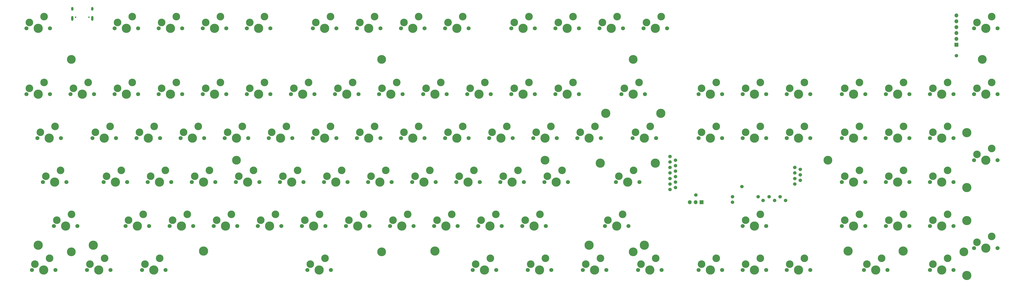
<source format=gbr>
%TF.GenerationSoftware,KiCad,Pcbnew,8.0.8*%
%TF.CreationDate,2025-02-23T09:58:19+01:00*%
%TF.ProjectId,fullsized keybored 3v3,66756c6c-7369-47a6-9564-206b6579626f,rev?*%
%TF.SameCoordinates,Original*%
%TF.FileFunction,Soldermask,Top*%
%TF.FilePolarity,Negative*%
%FSLAX46Y46*%
G04 Gerber Fmt 4.6, Leading zero omitted, Abs format (unit mm)*
G04 Created by KiCad (PCBNEW 8.0.8) date 2025-02-23 09:58:19*
%MOMM*%
%LPD*%
G01*
G04 APERTURE LIST*
%ADD10C,1.500000*%
%ADD11C,3.800000*%
%ADD12C,3.987800*%
%ADD13C,1.750000*%
%ADD14C,3.300000*%
%ADD15R,1.700000X1.700000*%
%ADD16O,1.700000X1.700000*%
%ADD17C,0.650000*%
%ADD18O,1.000000X1.600000*%
%ADD19O,1.000000X2.100000*%
G04 APERTURE END LIST*
D10*
%TO.C,J31*%
X299243750Y-106362500D03*
%TD*%
%TO.C,J29*%
X299243750Y-108743750D03*
%TD*%
%TO.C,J23*%
X299243750Y-115887500D03*
%TD*%
%TO.C,J21*%
X299243750Y-118268750D03*
%TD*%
%TO.C,J11*%
X353218750Y-113506250D03*
%TD*%
%TO.C,J14*%
X330357184Y-117008098D03*
%TD*%
D11*
%TO.C,H7*%
X283368750Y-145256250D03*
%TD*%
D10*
%TO.C,J10*%
X326231250Y-123825000D03*
%TD*%
%TO.C,J30*%
X301625000Y-107950000D03*
%TD*%
%TO.C,J32*%
X301625000Y-105568750D03*
%TD*%
%TO.C,J33*%
X299243750Y-103981250D03*
%TD*%
%TO.C,J28*%
X301625000Y-110331250D03*
%TD*%
D12*
%TO.C,S7*%
X427513750Y-131762500D03*
X427513750Y-155575000D03*
%TD*%
D10*
%TO.C,J25*%
X299243750Y-113506250D03*
%TD*%
D11*
%TO.C,H8*%
X426243750Y-145256250D03*
%TD*%
%TO.C,H3*%
X283368750Y-61912500D03*
%TD*%
D12*
%TO.C,S8*%
X427513750Y-93662500D03*
X427513750Y-117475000D03*
%TD*%
D10*
%TO.C,J16*%
X346868750Y-121443750D03*
%TD*%
D11*
%TO.C,H11*%
X367506250Y-105568750D03*
%TD*%
D10*
%TO.C,J20*%
X337343750Y-121443750D03*
%TD*%
%TO.C,J26*%
X301625000Y-112712500D03*
%TD*%
D11*
%TO.C,H1*%
X40481250Y-61912500D03*
%TD*%
D10*
%TO.C,J19*%
X339437500Y-123031250D03*
%TD*%
%TO.C,J24*%
X301625000Y-115093750D03*
%TD*%
%TO.C,J17*%
X344487500Y-123031250D03*
%TD*%
%TO.C,J4*%
X326231250Y-121443750D03*
%TD*%
D11*
%TO.C,H2*%
X174625000Y-61912500D03*
%TD*%
D12*
%TO.C,S2*%
X26193750Y-142398750D03*
X50006250Y-142398750D03*
%TD*%
D10*
%TO.C,J6*%
X355600000Y-109537500D03*
%TD*%
D11*
%TO.C,H4*%
X434181250Y-61912500D03*
%TD*%
%TO.C,H5*%
X40481250Y-145256250D03*
%TD*%
%TO.C,H6*%
X174625000Y-145256250D03*
%TD*%
D10*
%TO.C,J15*%
X349250000Y-123031250D03*
%TD*%
%TO.C,J27*%
X299243750Y-111125000D03*
%TD*%
%TO.C,J18*%
X342106250Y-121443750D03*
%TD*%
D12*
%TO.C,S3*%
X264318750Y-142398750D03*
X288131250Y-142398750D03*
%TD*%
D10*
%TO.C,J22*%
X301625000Y-117475000D03*
%TD*%
%TO.C,J13*%
X353218750Y-115887500D03*
%TD*%
%TO.C,J3*%
X310400000Y-120650000D03*
%TD*%
D12*
%TO.C,S1*%
X197643750Y-144938750D03*
X97631250Y-144938750D03*
%TD*%
%TO.C,S5*%
X271462500Y-85248750D03*
X295275000Y-85248750D03*
%TD*%
D11*
%TO.C,H10*%
X245268750Y-105568750D03*
%TD*%
D10*
%TO.C,J12*%
X355600000Y-114300000D03*
%TD*%
%TO.C,J8*%
X355600000Y-111918750D03*
%TD*%
%TO.C,J5*%
X353218750Y-108743750D03*
%TD*%
D12*
%TO.C,S6*%
X400050000Y-144938750D03*
X376237500Y-144938750D03*
%TD*%
D10*
%TO.C,J7*%
X353218750Y-111125000D03*
%TD*%
D12*
%TO.C,S4*%
X292893750Y-106838750D03*
X269081250Y-106838750D03*
%TD*%
D11*
%TO.C,H9*%
X111918750Y-105568750D03*
%TD*%
D10*
%TO.C,J9*%
X423068750Y-60325000D03*
%TD*%
D13*
%TO.C,MX45*%
X212248750Y-96043750D03*
D12*
X207168750Y-96043750D03*
D13*
X202088750Y-96043750D03*
D14*
X203358750Y-93503750D03*
X209708750Y-90963750D03*
%TD*%
D13*
%TO.C,MX98*%
X321786250Y-153193750D03*
D12*
X316706250Y-153193750D03*
D13*
X311626250Y-153193750D03*
D14*
X312896250Y-150653750D03*
X319246250Y-148113750D03*
%TD*%
D13*
%TO.C,MX57*%
X38417500Y-115093750D03*
D12*
X33337500Y-115093750D03*
D13*
X28257500Y-115093750D03*
D14*
X29527500Y-112553750D03*
X35877500Y-110013750D03*
%TD*%
D13*
%TO.C,MX27*%
X259873750Y-76993750D03*
D12*
X254793750Y-76993750D03*
D13*
X249713750Y-76993750D03*
D14*
X250983750Y-74453750D03*
X257333750Y-71913750D03*
%TD*%
D13*
%TO.C,MX40*%
X116998750Y-96043750D03*
D12*
X111918750Y-96043750D03*
D13*
X106838750Y-96043750D03*
D14*
X108108750Y-93503750D03*
X114458750Y-90963750D03*
%TD*%
D13*
%TO.C,MX60*%
X102711250Y-115093750D03*
D12*
X97631250Y-115093750D03*
D13*
X92551250Y-115093750D03*
D14*
X93821250Y-112553750D03*
X100171250Y-110013750D03*
%TD*%
D13*
%TO.C,MX17*%
X69373750Y-76993750D03*
D12*
X64293750Y-76993750D03*
D13*
X59213750Y-76993750D03*
D14*
X60483750Y-74453750D03*
X66833750Y-71913750D03*
%TD*%
D13*
%TO.C,MX84*%
X281305000Y-134143750D03*
D12*
X276225000Y-134143750D03*
D13*
X271145000Y-134143750D03*
D14*
X272415000Y-131603750D03*
X278765000Y-129063750D03*
%TD*%
D13*
%TO.C,MX33*%
X402748750Y-76993750D03*
D12*
X397668750Y-76993750D03*
D13*
X392588750Y-76993750D03*
D14*
X393858750Y-74453750D03*
X400208750Y-71913750D03*
%TD*%
D13*
%TO.C,MX7*%
X174148750Y-48418750D03*
D12*
X169068750Y-48418750D03*
D13*
X163988750Y-48418750D03*
D14*
X165258750Y-45878750D03*
X171608750Y-43338750D03*
%TD*%
D13*
%TO.C,MX8*%
X193198750Y-48418750D03*
D12*
X188118750Y-48418750D03*
D13*
X183038750Y-48418750D03*
D14*
X184308750Y-45878750D03*
X190658750Y-43338750D03*
%TD*%
D13*
%TO.C,MX18*%
X88423750Y-76993750D03*
D12*
X83343750Y-76993750D03*
D13*
X78263750Y-76993750D03*
D14*
X79533750Y-74453750D03*
X85883750Y-71913750D03*
%TD*%
D13*
%TO.C,MX65*%
X197961250Y-115093750D03*
D12*
X192881250Y-115093750D03*
D13*
X187801250Y-115093750D03*
D14*
X189071250Y-112553750D03*
X195421250Y-110013750D03*
%TD*%
D13*
%TO.C,MX80*%
X188436250Y-134143750D03*
D12*
X183356250Y-134143750D03*
D13*
X178276250Y-134143750D03*
D14*
X179546250Y-131603750D03*
X185896250Y-129063750D03*
%TD*%
D13*
%TO.C,MX88*%
X421798750Y-134143750D03*
D12*
X416718750Y-134143750D03*
D13*
X411638750Y-134143750D03*
D14*
X412908750Y-131603750D03*
X419258750Y-129063750D03*
%TD*%
D13*
%TO.C,MX38*%
X78898750Y-96043750D03*
D12*
X73818750Y-96043750D03*
D13*
X68738750Y-96043750D03*
D14*
X70008750Y-93503750D03*
X76358750Y-90963750D03*
%TD*%
D13*
%TO.C,MX74*%
X74136250Y-134143750D03*
D12*
X69056250Y-134143750D03*
D13*
X63976250Y-134143750D03*
D14*
X65246250Y-131603750D03*
X71596250Y-129063750D03*
%TD*%
D13*
%TO.C,MX66*%
X217011250Y-115093750D03*
D12*
X211931250Y-115093750D03*
D13*
X206851250Y-115093750D03*
D14*
X208121250Y-112553750D03*
X214471250Y-110013750D03*
%TD*%
D13*
%TO.C,MX71*%
X402748750Y-115093750D03*
D12*
X397668750Y-115093750D03*
D13*
X392588750Y-115093750D03*
D14*
X393858750Y-112553750D03*
X400208750Y-110013750D03*
%TD*%
D13*
%TO.C,MX75*%
X93186250Y-134143750D03*
D12*
X88106250Y-134143750D03*
D13*
X83026250Y-134143750D03*
D14*
X84296250Y-131603750D03*
X90646250Y-129063750D03*
%TD*%
D13*
%TO.C,MX39*%
X97948750Y-96043750D03*
D12*
X92868750Y-96043750D03*
D13*
X87788750Y-96043750D03*
D14*
X89058750Y-93503750D03*
X95408750Y-90963750D03*
%TD*%
D13*
%TO.C,MX83*%
X245586250Y-134143750D03*
D12*
X240506250Y-134143750D03*
D13*
X235426250Y-134143750D03*
D14*
X236696250Y-131603750D03*
X243046250Y-129063750D03*
%TD*%
D13*
%TO.C,MX76*%
X112236250Y-134143750D03*
D12*
X107156250Y-134143750D03*
D13*
X102076250Y-134143750D03*
D14*
X103346250Y-131603750D03*
X109696250Y-129063750D03*
%TD*%
D13*
%TO.C,MX78*%
X150336250Y-134143750D03*
D12*
X145256250Y-134143750D03*
D13*
X140176250Y-134143750D03*
D14*
X141446250Y-131603750D03*
X147796250Y-129063750D03*
%TD*%
D13*
%TO.C,MX87*%
X402748750Y-134143750D03*
D12*
X397668750Y-134143750D03*
D13*
X392588750Y-134143750D03*
D14*
X393858750Y-131603750D03*
X400208750Y-129063750D03*
%TD*%
D13*
%TO.C,MX79*%
X169386250Y-134143750D03*
D12*
X164306250Y-134143750D03*
D13*
X159226250Y-134143750D03*
D14*
X160496250Y-131603750D03*
X166846250Y-129063750D03*
%TD*%
D13*
%TO.C,MX95*%
X247967500Y-153193750D03*
D12*
X242887500Y-153193750D03*
D13*
X237807500Y-153193750D03*
D14*
X239077500Y-150653750D03*
X245427500Y-148113750D03*
%TD*%
D15*
%TO.C,J2*%
X423068750Y-55562500D03*
D16*
X423068750Y-53022500D03*
X423068750Y-50482500D03*
X423068750Y-47942500D03*
X423068750Y-45402500D03*
X423068750Y-42862500D03*
%TD*%
D13*
%TO.C,MX1*%
X31273750Y-48418750D03*
D12*
X26193750Y-48418750D03*
D13*
X21113750Y-48418750D03*
D14*
X22383750Y-45878750D03*
X28733750Y-43338750D03*
%TD*%
D13*
%TO.C,MX93*%
X152717500Y-153193750D03*
D12*
X147637500Y-153193750D03*
D13*
X142557500Y-153193750D03*
D14*
X143827500Y-150653750D03*
X150177500Y-148113750D03*
%TD*%
D13*
%TO.C,MX22*%
X164623750Y-76993750D03*
D12*
X159543750Y-76993750D03*
D13*
X154463750Y-76993750D03*
D14*
X155733750Y-74453750D03*
X162083750Y-71913750D03*
%TD*%
D13*
%TO.C,MX43*%
X174148750Y-96043750D03*
D12*
X169068750Y-96043750D03*
D13*
X163988750Y-96043750D03*
D14*
X165258750Y-93503750D03*
X171608750Y-90963750D03*
%TD*%
D13*
%TO.C,MX97*%
X295592500Y-153193750D03*
D12*
X290512500Y-153193750D03*
D13*
X285432500Y-153193750D03*
D14*
X286702500Y-150653750D03*
X293052500Y-148113750D03*
%TD*%
D13*
%TO.C,MX62*%
X140811250Y-115093750D03*
D12*
X135731250Y-115093750D03*
D13*
X130651250Y-115093750D03*
D14*
X131921250Y-112553750D03*
X138271250Y-110013750D03*
%TD*%
D13*
%TO.C,MX73*%
X43180000Y-134143750D03*
D12*
X38100000Y-134143750D03*
D13*
X33020000Y-134143750D03*
D14*
X34290000Y-131603750D03*
X40640000Y-129063750D03*
%TD*%
D13*
%TO.C,MX2*%
X69373750Y-48418750D03*
D12*
X64293750Y-48418750D03*
D13*
X59213750Y-48418750D03*
D14*
X60483750Y-45878750D03*
X66833750Y-43338750D03*
%TD*%
D13*
%TO.C,MX15*%
X31273750Y-76993750D03*
D12*
X26193750Y-76993750D03*
D13*
X21113750Y-76993750D03*
D14*
X22383750Y-74453750D03*
X28733750Y-71913750D03*
%TD*%
D13*
%TO.C,MX94*%
X224155000Y-153193750D03*
D12*
X219075000Y-153193750D03*
D13*
X213995000Y-153193750D03*
D14*
X215265000Y-150653750D03*
X221615000Y-148113750D03*
%TD*%
D13*
%TO.C,MX53*%
X383698750Y-96043750D03*
D12*
X378618750Y-96043750D03*
D13*
X373538750Y-96043750D03*
D14*
X374808750Y-93503750D03*
X381158750Y-90963750D03*
%TD*%
D13*
%TO.C,MX101*%
X393223750Y-153193750D03*
D12*
X388143750Y-153193750D03*
D13*
X383063750Y-153193750D03*
D14*
X384333750Y-150653750D03*
X390683750Y-148113750D03*
%TD*%
D13*
%TO.C,MX12*%
X278923750Y-48418750D03*
D12*
X273843750Y-48418750D03*
D13*
X268763750Y-48418750D03*
D14*
X270033750Y-45878750D03*
X276383750Y-43338750D03*
%TD*%
D13*
%TO.C,MX41*%
X136048750Y-96043750D03*
D12*
X130968750Y-96043750D03*
D13*
X125888750Y-96043750D03*
D14*
X127158750Y-93503750D03*
X133508750Y-90963750D03*
%TD*%
D13*
%TO.C,MX92*%
X81280000Y-153193750D03*
D12*
X76200000Y-153193750D03*
D13*
X71120000Y-153193750D03*
D14*
X72390000Y-150653750D03*
X78740000Y-148113750D03*
%TD*%
D13*
%TO.C,MX4*%
X107473750Y-48418750D03*
D12*
X102393750Y-48418750D03*
D13*
X97313750Y-48418750D03*
D14*
X98583750Y-45878750D03*
X104933750Y-43338750D03*
%TD*%
D13*
%TO.C,MX63*%
X159861250Y-115093750D03*
D12*
X154781250Y-115093750D03*
D13*
X149701250Y-115093750D03*
D14*
X150971250Y-112553750D03*
X157321250Y-110013750D03*
%TD*%
D13*
%TO.C,MX34*%
X421798750Y-76993750D03*
D12*
X416718750Y-76993750D03*
D13*
X411638750Y-76993750D03*
D14*
X412908750Y-74453750D03*
X419258750Y-71913750D03*
%TD*%
D13*
%TO.C,MX3*%
X88423750Y-48418750D03*
D12*
X83343750Y-48418750D03*
D13*
X78263750Y-48418750D03*
D14*
X79533750Y-45878750D03*
X85883750Y-43338750D03*
%TD*%
D13*
%TO.C,MX21*%
X145573750Y-76993750D03*
D12*
X140493750Y-76993750D03*
D13*
X135413750Y-76993750D03*
D14*
X136683750Y-74453750D03*
X143033750Y-71913750D03*
%TD*%
D13*
%TO.C,MX96*%
X271780000Y-153193750D03*
D12*
X266700000Y-153193750D03*
D13*
X261620000Y-153193750D03*
D14*
X262890000Y-150653750D03*
X269240000Y-148113750D03*
%TD*%
D13*
%TO.C,MX25*%
X221773750Y-76993750D03*
D12*
X216693750Y-76993750D03*
D13*
X211613750Y-76993750D03*
D14*
X212883750Y-74453750D03*
X219233750Y-71913750D03*
%TD*%
D13*
%TO.C,MX47*%
X250348750Y-96043750D03*
D12*
X245268750Y-96043750D03*
D13*
X240188750Y-96043750D03*
D14*
X241458750Y-93503750D03*
X247808750Y-90963750D03*
%TD*%
D13*
%TO.C,MX26*%
X240823750Y-76993750D03*
D12*
X235743750Y-76993750D03*
D13*
X230663750Y-76993750D03*
D14*
X231933750Y-74453750D03*
X238283750Y-71913750D03*
%TD*%
D13*
%TO.C,MX50*%
X321786250Y-96043750D03*
D12*
X316706250Y-96043750D03*
D13*
X311626250Y-96043750D03*
D14*
X312896250Y-93503750D03*
X319246250Y-90963750D03*
%TD*%
D13*
%TO.C,MX11*%
X259873750Y-48418750D03*
D12*
X254793750Y-48418750D03*
D13*
X249713750Y-48418750D03*
D14*
X250983750Y-45878750D03*
X257333750Y-43338750D03*
%TD*%
D13*
%TO.C,MX91*%
X57467500Y-153193750D03*
D12*
X52387500Y-153193750D03*
D13*
X47307500Y-153193750D03*
D14*
X48577500Y-150653750D03*
X54927500Y-148113750D03*
%TD*%
D13*
%TO.C,MX67*%
X236061250Y-115093750D03*
D12*
X230981250Y-115093750D03*
D13*
X225901250Y-115093750D03*
D14*
X227171250Y-112553750D03*
X233521250Y-110013750D03*
%TD*%
D13*
%TO.C,MX30*%
X340836250Y-76993750D03*
D12*
X335756250Y-76993750D03*
D13*
X330676250Y-76993750D03*
D14*
X331946250Y-74453750D03*
X338296250Y-71913750D03*
%TD*%
D13*
%TO.C,MX9*%
X212248750Y-48418750D03*
D12*
X207168750Y-48418750D03*
D13*
X202088750Y-48418750D03*
D14*
X203358750Y-45878750D03*
X209708750Y-43338750D03*
%TD*%
D13*
%TO.C,MX68*%
X255111250Y-115093750D03*
D12*
X250031250Y-115093750D03*
D13*
X244951250Y-115093750D03*
D14*
X246221250Y-112553750D03*
X252571250Y-110013750D03*
%TD*%
D13*
%TO.C,MX72*%
X421798750Y-115093750D03*
D12*
X416718750Y-115093750D03*
D13*
X411638750Y-115093750D03*
D14*
X412908750Y-112553750D03*
X419258750Y-110013750D03*
%TD*%
D13*
%TO.C,MX48*%
X269398750Y-96043750D03*
D12*
X264318750Y-96043750D03*
D13*
X259238750Y-96043750D03*
D14*
X260508750Y-93503750D03*
X266858750Y-90963750D03*
%TD*%
D13*
%TO.C,MX52*%
X359886250Y-96043750D03*
D12*
X354806250Y-96043750D03*
D13*
X349726250Y-96043750D03*
D14*
X350996250Y-93503750D03*
X357346250Y-90963750D03*
%TD*%
D13*
%TO.C,MX20*%
X126523750Y-76993750D03*
D12*
X121443750Y-76993750D03*
D13*
X116363750Y-76993750D03*
D14*
X117633750Y-74453750D03*
X123983750Y-71913750D03*
%TD*%
D13*
%TO.C,MX32*%
X383698750Y-76993750D03*
D12*
X378618750Y-76993750D03*
D13*
X373538750Y-76993750D03*
D14*
X374808750Y-74453750D03*
X381158750Y-71913750D03*
%TD*%
D13*
%TO.C,MX51*%
X340836250Y-96043750D03*
D12*
X335756250Y-96043750D03*
D13*
X330676250Y-96043750D03*
D14*
X331946250Y-93503750D03*
X338296250Y-90963750D03*
%TD*%
D13*
%TO.C,MX36*%
X36036250Y-96043750D03*
D12*
X30956250Y-96043750D03*
D13*
X25876250Y-96043750D03*
D14*
X27146250Y-93503750D03*
X33496250Y-90963750D03*
%TD*%
D13*
%TO.C,MX102*%
X421798750Y-153193750D03*
D12*
X416718750Y-153193750D03*
D13*
X411638750Y-153193750D03*
D14*
X412908750Y-150653750D03*
X419258750Y-148113750D03*
%TD*%
D13*
%TO.C,MX64*%
X178911250Y-115093750D03*
D12*
X173831250Y-115093750D03*
D13*
X168751250Y-115093750D03*
D14*
X170021250Y-112553750D03*
X176371250Y-110013750D03*
%TD*%
D13*
%TO.C,MX69*%
X286067500Y-115093750D03*
D12*
X280987500Y-115093750D03*
D13*
X275907500Y-115093750D03*
D14*
X277177500Y-112553750D03*
X283527500Y-110013750D03*
%TD*%
D13*
%TO.C,MX35*%
X440848750Y-76993750D03*
D12*
X435768750Y-76993750D03*
D13*
X430688750Y-76993750D03*
D14*
X431958750Y-74453750D03*
X438308750Y-71913750D03*
%TD*%
D13*
%TO.C,MX82*%
X226536250Y-134143750D03*
D12*
X221456250Y-134143750D03*
D13*
X216376250Y-134143750D03*
D14*
X217646250Y-131603750D03*
X223996250Y-129063750D03*
%TD*%
D13*
%TO.C,MX44*%
X193198750Y-96043750D03*
D12*
X188118750Y-96043750D03*
D13*
X183038750Y-96043750D03*
D14*
X184308750Y-93503750D03*
X190658750Y-90963750D03*
%TD*%
D13*
%TO.C,MX89*%
X440848750Y-143668750D03*
D12*
X435768750Y-143668750D03*
D13*
X430688750Y-143668750D03*
D14*
X431958750Y-141128750D03*
X438308750Y-138588750D03*
%TD*%
D13*
%TO.C,MX55*%
X421798750Y-96043750D03*
D12*
X416718750Y-96043750D03*
D13*
X411638750Y-96043750D03*
D14*
X412908750Y-93503750D03*
X419258750Y-90963750D03*
%TD*%
D13*
%TO.C,MX23*%
X183673750Y-76993750D03*
D12*
X178593750Y-76993750D03*
D13*
X173513750Y-76993750D03*
D14*
X174783750Y-74453750D03*
X181133750Y-71913750D03*
%TD*%
D13*
%TO.C,MX61*%
X121761250Y-115093750D03*
D12*
X116681250Y-115093750D03*
D13*
X111601250Y-115093750D03*
D14*
X112871250Y-112553750D03*
X119221250Y-110013750D03*
%TD*%
D13*
%TO.C,MX58*%
X64611250Y-115093750D03*
D12*
X59531250Y-115093750D03*
D13*
X54451250Y-115093750D03*
D14*
X55721250Y-112553750D03*
X62071250Y-110013750D03*
%TD*%
D13*
%TO.C,MX46*%
X231298750Y-96043750D03*
D12*
X226218750Y-96043750D03*
D13*
X221138750Y-96043750D03*
D14*
X222408750Y-93503750D03*
X228758750Y-90963750D03*
%TD*%
D15*
%TO.C,SWD1*%
X312896250Y-123825000D03*
D16*
X310356250Y-123825000D03*
X307816250Y-123825000D03*
%TD*%
D13*
%TO.C,MX24*%
X202723750Y-76993750D03*
D12*
X197643750Y-76993750D03*
D13*
X192563750Y-76993750D03*
D14*
X193833750Y-74453750D03*
X200183750Y-71913750D03*
%TD*%
D13*
%TO.C,MX42*%
X155098750Y-96043750D03*
D12*
X150018750Y-96043750D03*
D13*
X144938750Y-96043750D03*
D14*
X146208750Y-93503750D03*
X152558750Y-90963750D03*
%TD*%
D13*
%TO.C,MX54*%
X402748750Y-96043750D03*
D12*
X397668750Y-96043750D03*
D13*
X392588750Y-96043750D03*
D14*
X393858750Y-93503750D03*
X400208750Y-90963750D03*
%TD*%
D13*
%TO.C,MX28*%
X288448750Y-76993750D03*
D12*
X283368750Y-76993750D03*
D13*
X278288750Y-76993750D03*
D14*
X279558750Y-74453750D03*
X285908750Y-71913750D03*
%TD*%
D13*
%TO.C,MX49*%
X293211250Y-96043750D03*
D12*
X288131250Y-96043750D03*
D13*
X283051250Y-96043750D03*
D14*
X284321250Y-93503750D03*
X290671250Y-90963750D03*
%TD*%
D13*
%TO.C,MX90*%
X33655000Y-153193750D03*
D12*
X28575000Y-153193750D03*
D13*
X23495000Y-153193750D03*
D14*
X24765000Y-150653750D03*
X31115000Y-148113750D03*
%TD*%
D13*
%TO.C,MX16*%
X50323750Y-76993750D03*
D12*
X45243750Y-76993750D03*
D13*
X40163750Y-76993750D03*
D14*
X41433750Y-74453750D03*
X47783750Y-71913750D03*
%TD*%
D13*
%TO.C,MX70*%
X383698750Y-115093750D03*
D12*
X378618750Y-115093750D03*
D13*
X373538750Y-115093750D03*
D14*
X374808750Y-112553750D03*
X381158750Y-110013750D03*
%TD*%
D13*
%TO.C,MX29*%
X321786250Y-76993750D03*
D12*
X316706250Y-76993750D03*
D13*
X311626250Y-76993750D03*
D14*
X312896250Y-74453750D03*
X319246250Y-71913750D03*
%TD*%
D17*
%TO.C,J1*%
X42353750Y-43575000D03*
X48133750Y-43575000D03*
D18*
X40923750Y-39925000D03*
D19*
X40923750Y-44105000D03*
D18*
X49563750Y-39925000D03*
D19*
X49563750Y-44105000D03*
%TD*%
D13*
%TO.C,MX13*%
X297973750Y-48418750D03*
D12*
X292893750Y-48418750D03*
D13*
X287813750Y-48418750D03*
D14*
X289083750Y-45878750D03*
X295433750Y-43338750D03*
%TD*%
D13*
%TO.C,MX56*%
X440848750Y-105568750D03*
D12*
X435768750Y-105568750D03*
D13*
X430688750Y-105568750D03*
D14*
X431958750Y-103028750D03*
X438308750Y-100488750D03*
%TD*%
D13*
%TO.C,MX31*%
X359886250Y-76993750D03*
D12*
X354806250Y-76993750D03*
D13*
X349726250Y-76993750D03*
D14*
X350996250Y-74453750D03*
X357346250Y-71913750D03*
%TD*%
D13*
%TO.C,MX99*%
X340836250Y-153193750D03*
D12*
X335756250Y-153193750D03*
D13*
X330676250Y-153193750D03*
D14*
X331946250Y-150653750D03*
X338296250Y-148113750D03*
%TD*%
D13*
%TO.C,MX85*%
X340836250Y-134143750D03*
D12*
X335756250Y-134143750D03*
D13*
X330676250Y-134143750D03*
D14*
X331946250Y-131603750D03*
X338296250Y-129063750D03*
%TD*%
D13*
%TO.C,MX86*%
X383698750Y-134143750D03*
D12*
X378618750Y-134143750D03*
D13*
X373538750Y-134143750D03*
D14*
X374808750Y-131603750D03*
X381158750Y-129063750D03*
%TD*%
D13*
%TO.C,MX37*%
X59848750Y-96043750D03*
D12*
X54768750Y-96043750D03*
D13*
X49688750Y-96043750D03*
D14*
X50958750Y-93503750D03*
X57308750Y-90963750D03*
%TD*%
D13*
%TO.C,MX14*%
X440848750Y-48418750D03*
D12*
X435768750Y-48418750D03*
D13*
X430688750Y-48418750D03*
D14*
X431958750Y-45878750D03*
X438308750Y-43338750D03*
%TD*%
D13*
%TO.C,MX6*%
X155098750Y-48418750D03*
D12*
X150018750Y-48418750D03*
D13*
X144938750Y-48418750D03*
D14*
X146208750Y-45878750D03*
X152558750Y-43338750D03*
%TD*%
D13*
%TO.C,MX81*%
X207486250Y-134143750D03*
D12*
X202406250Y-134143750D03*
D13*
X197326250Y-134143750D03*
D14*
X198596250Y-131603750D03*
X204946250Y-129063750D03*
%TD*%
D13*
%TO.C,MX19*%
X107473750Y-76993750D03*
D12*
X102393750Y-76993750D03*
D13*
X97313750Y-76993750D03*
D14*
X98583750Y-74453750D03*
X104933750Y-71913750D03*
%TD*%
D13*
%TO.C,MX5*%
X126523750Y-48418750D03*
D12*
X121443750Y-48418750D03*
D13*
X116363750Y-48418750D03*
D14*
X117633750Y-45878750D03*
X123983750Y-43338750D03*
%TD*%
D13*
%TO.C,MX10*%
X240823750Y-48418750D03*
D12*
X235743750Y-48418750D03*
D13*
X230663750Y-48418750D03*
D14*
X231933750Y-45878750D03*
X238283750Y-43338750D03*
%TD*%
D13*
%TO.C,MX100*%
X359886250Y-153193750D03*
D12*
X354806250Y-153193750D03*
D13*
X349726250Y-153193750D03*
D14*
X350996250Y-150653750D03*
X357346250Y-148113750D03*
%TD*%
D13*
%TO.C,MX77*%
X131286250Y-134143750D03*
D12*
X126206250Y-134143750D03*
D13*
X121126250Y-134143750D03*
D14*
X122396250Y-131603750D03*
X128746250Y-129063750D03*
%TD*%
D13*
%TO.C,MX59*%
X83661250Y-115093750D03*
D12*
X78581250Y-115093750D03*
D13*
X73501250Y-115093750D03*
D14*
X74771250Y-112553750D03*
X81121250Y-110013750D03*
%TD*%
M02*

</source>
